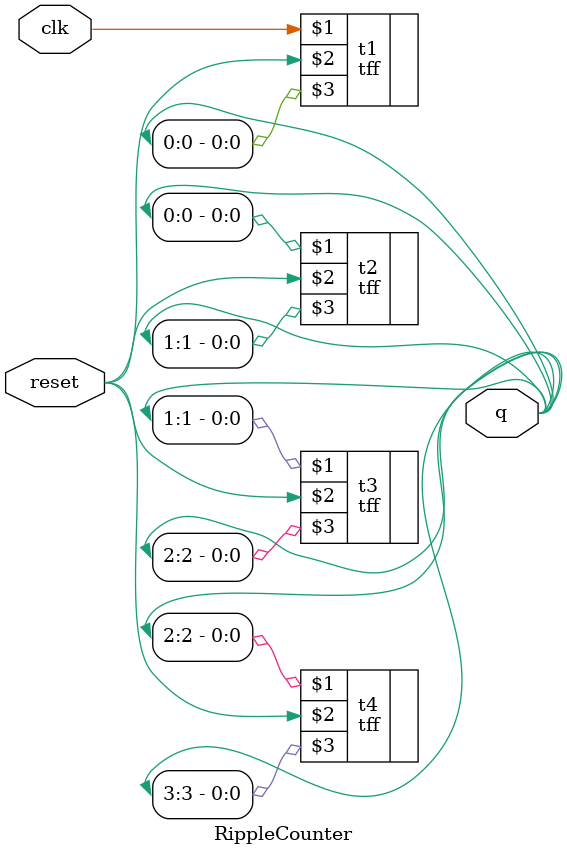
<source format=v>
module RippleCounter(clk,reset,q);
input clk,reset;
output [3:0]q;

tff t1(clk,reset,q[0]);

tff t2(q[0],reset,q[1]);

tff t3(q[1],reset,q[2]);

tff t4(q[2],reset,q[3]);

endmodule

</source>
